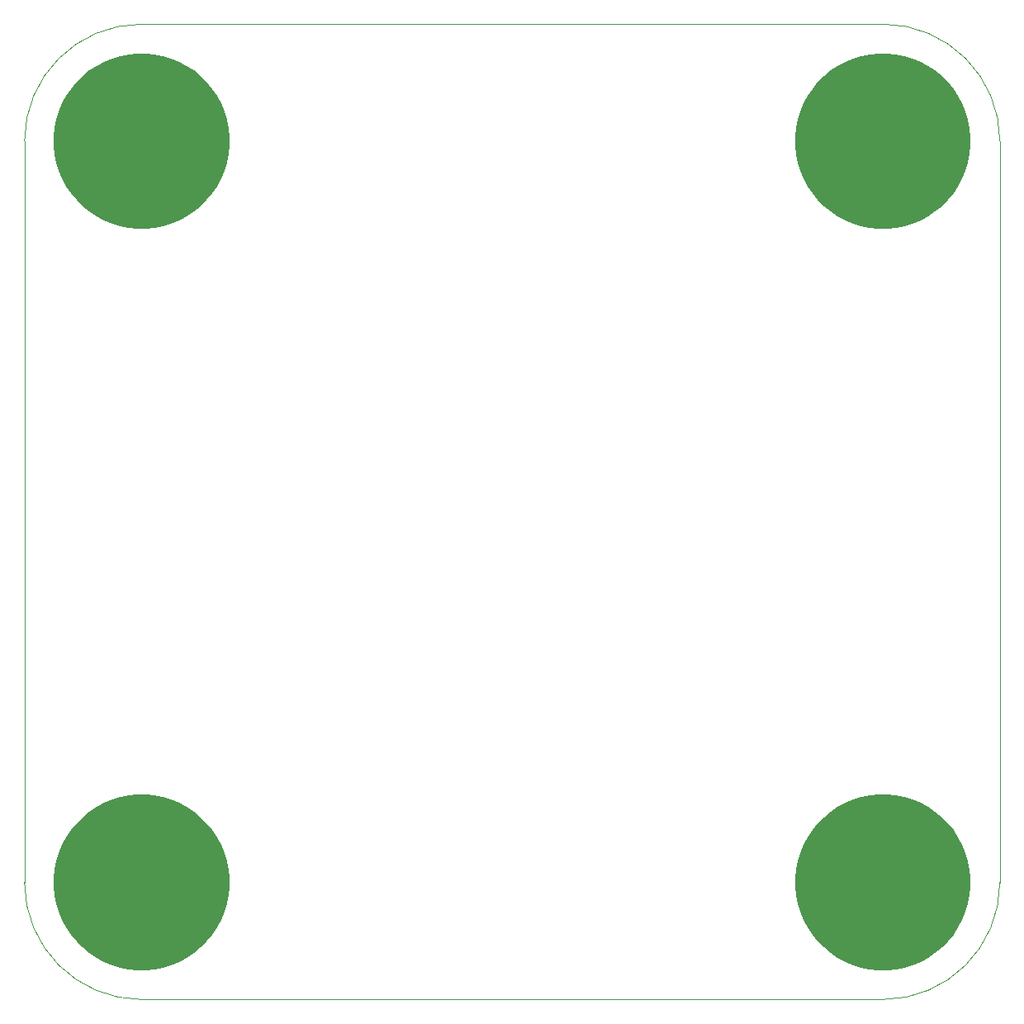
<source format=gbr>
%TF.GenerationSoftware,Altium Limited,Altium Designer,20.1.8 (145)*%
G04 Layer_Color=0*
%FSLAX45Y45*%
%MOMM*%
%TF.SameCoordinates,5961E689-EF10-4C47-967A-3E799B42680D*%
%TF.FilePolarity,Positive*%
%TF.FileFunction,Profile,NP*%
%TF.Part,Single*%
G01*
G75*
%TA.AperFunction,Profile*%
%ADD83C,0.02540*%
G36*
X2900000Y-3800000D02*
Y-3844214D01*
X2908667Y-3932217D01*
X2925919Y-4018946D01*
X2951588Y-4103567D01*
X2985428Y-4185264D01*
X3027113Y-4263251D01*
X3076241Y-4336776D01*
X3132340Y-4405132D01*
X3194868Y-4467660D01*
X3263224Y-4523759D01*
X3336749Y-4572887D01*
X3414736Y-4614572D01*
X3496433Y-4648412D01*
X3581054Y-4674081D01*
X3667783Y-4691333D01*
X3755786Y-4700000D01*
X3800000D01*
X3844214D01*
X3932217Y-4691333D01*
X4018946Y-4674081D01*
X4103566Y-4648412D01*
X4185263Y-4614572D01*
X4263250Y-4572887D01*
X4336776Y-4523759D01*
X4405132Y-4467660D01*
X4467660Y-4405132D01*
X4523759Y-4336776D01*
X4572887Y-4263251D01*
X4614571Y-4185264D01*
X4648412Y-4103567D01*
X4674081Y-4018946D01*
X4691333Y-3932217D01*
X4700000Y-3844214D01*
Y-3800000D01*
Y-3755786D01*
X4691333Y-3667783D01*
X4674081Y-3581054D01*
X4648412Y-3496434D01*
X4614571Y-3414737D01*
X4572887Y-3336750D01*
X4523759Y-3263224D01*
X4467660Y-3194868D01*
X4405132Y-3132340D01*
X4336776Y-3076241D01*
X4263250Y-3027113D01*
X4185263Y-2985429D01*
X4103566Y-2951588D01*
X4018946Y-2925919D01*
X3932217Y-2908668D01*
X3844214Y-2900000D01*
X3800000D01*
X3755786D01*
X3667783Y-2908668D01*
X3581054Y-2925919D01*
X3496433Y-2951588D01*
X3414736Y-2985429D01*
X3336749Y-3027113D01*
X3263224Y-3076241D01*
X3194868Y-3132340D01*
X3132340Y-3194868D01*
X3076241Y-3263224D01*
X3027113Y-3336750D01*
X2985428Y-3414737D01*
X2951588Y-3496434D01*
X2925919Y-3581054D01*
X2908667Y-3667783D01*
X2900000Y-3755786D01*
Y-3800000D01*
D01*
D02*
G37*
G36*
X-4700000D02*
Y-3844214D01*
X-4691333Y-3932217D01*
X-4674081Y-4018946D01*
X-4648412Y-4103567D01*
X-4614572Y-4185264D01*
X-4572887Y-4263251D01*
X-4523759Y-4336776D01*
X-4467660Y-4405132D01*
X-4405132Y-4467660D01*
X-4336776Y-4523759D01*
X-4263251Y-4572887D01*
X-4185264Y-4614572D01*
X-4103567Y-4648412D01*
X-4018946Y-4674081D01*
X-3932217Y-4691333D01*
X-3844214Y-4700000D01*
X-3800000D01*
X-3755786D01*
X-3667783Y-4691333D01*
X-3581054Y-4674081D01*
X-3496434Y-4648412D01*
X-3414737Y-4614572D01*
X-3336750Y-4572887D01*
X-3263224Y-4523759D01*
X-3194868Y-4467660D01*
X-3132340Y-4405132D01*
X-3076241Y-4336776D01*
X-3027113Y-4263251D01*
X-2985429Y-4185264D01*
X-2951588Y-4103567D01*
X-2925919Y-4018946D01*
X-2908668Y-3932217D01*
X-2900000Y-3844214D01*
Y-3800000D01*
Y-3755786D01*
X-2908668Y-3667783D01*
X-2925919Y-3581054D01*
X-2951588Y-3496434D01*
X-2985429Y-3414737D01*
X-3027113Y-3336750D01*
X-3076241Y-3263224D01*
X-3132340Y-3194868D01*
X-3194868Y-3132340D01*
X-3263224Y-3076241D01*
X-3336750Y-3027113D01*
X-3414737Y-2985429D01*
X-3496434Y-2951588D01*
X-3581054Y-2925919D01*
X-3667783Y-2908668D01*
X-3755786Y-2900000D01*
X-3800000D01*
X-3844214D01*
X-3932217Y-2908668D01*
X-4018946Y-2925919D01*
X-4103567Y-2951588D01*
X-4185264Y-2985429D01*
X-4263251Y-3027113D01*
X-4336776Y-3076241D01*
X-4405132Y-3132340D01*
X-4467660Y-3194868D01*
X-4523759Y-3263224D01*
X-4572887Y-3336750D01*
X-4614572Y-3414737D01*
X-4648412Y-3496434D01*
X-4674081Y-3581054D01*
X-4691333Y-3667783D01*
X-4700000Y-3755786D01*
Y-3800000D01*
D01*
D02*
G37*
G36*
X-3800000Y2900000D02*
X-3844214D01*
X-3932217Y2908667D01*
X-4018946Y2925919D01*
X-4103567Y2951588D01*
X-4185264Y2985428D01*
X-4263251Y3027113D01*
X-4336776Y3076241D01*
X-4405132Y3132340D01*
X-4467660Y3194868D01*
X-4523759Y3263224D01*
X-4572887Y3336749D01*
X-4614572Y3414736D01*
X-4648412Y3496433D01*
X-4674081Y3581054D01*
X-4691333Y3667783D01*
X-4700000Y3755786D01*
Y3800000D01*
Y3844214D01*
X-4691333Y3932217D01*
X-4674081Y4018946D01*
X-4648412Y4103566D01*
X-4614572Y4185263D01*
X-4572887Y4263250D01*
X-4523759Y4336776D01*
X-4467660Y4405132D01*
X-4405132Y4467660D01*
X-4336776Y4523759D01*
X-4263251Y4572887D01*
X-4185264Y4614571D01*
X-4103567Y4648412D01*
X-4018946Y4674081D01*
X-3932217Y4691333D01*
X-3844214Y4700000D01*
X-3800000D01*
X-3755786D01*
X-3667783Y4691333D01*
X-3581054Y4674081D01*
X-3496434Y4648412D01*
X-3414737Y4614571D01*
X-3336750Y4572887D01*
X-3263224Y4523759D01*
X-3194868Y4467660D01*
X-3132340Y4405132D01*
X-3076241Y4336776D01*
X-3027113Y4263250D01*
X-2985429Y4185263D01*
X-2951588Y4103566D01*
X-2925919Y4018946D01*
X-2908668Y3932217D01*
X-2900000Y3844214D01*
Y3800000D01*
Y3755786D01*
X-2908668Y3667783D01*
X-2925919Y3581054D01*
X-2951588Y3496433D01*
X-2985429Y3414736D01*
X-3027113Y3336749D01*
X-3076241Y3263224D01*
X-3132340Y3194868D01*
X-3194868Y3132340D01*
X-3263224Y3076241D01*
X-3336750Y3027113D01*
X-3414737Y2985428D01*
X-3496434Y2951588D01*
X-3581054Y2925919D01*
X-3667783Y2908667D01*
X-3755786Y2900000D01*
X-3800000D01*
D01*
D02*
G37*
G36*
X2900000Y3800000D02*
Y3755786D01*
X2908667Y3667783D01*
X2925919Y3581054D01*
X2951588Y3496433D01*
X2985428Y3414736D01*
X3027113Y3336749D01*
X3076241Y3263224D01*
X3132340Y3194868D01*
X3194868Y3132340D01*
X3263224Y3076241D01*
X3336749Y3027113D01*
X3414736Y2985428D01*
X3496433Y2951588D01*
X3581054Y2925919D01*
X3667783Y2908667D01*
X3755786Y2900000D01*
X3800000D01*
X3844214D01*
X3932217Y2908667D01*
X4018946Y2925919D01*
X4103566Y2951588D01*
X4185263Y2985428D01*
X4263250Y3027113D01*
X4336776Y3076241D01*
X4405132Y3132340D01*
X4467660Y3194868D01*
X4523759Y3263224D01*
X4572887Y3336749D01*
X4614571Y3414736D01*
X4648412Y3496433D01*
X4674081Y3581054D01*
X4691333Y3667783D01*
X4700000Y3755786D01*
Y3800000D01*
Y3844214D01*
X4691333Y3932217D01*
X4674081Y4018946D01*
X4648412Y4103566D01*
X4614571Y4185263D01*
X4572887Y4263250D01*
X4523759Y4336776D01*
X4467660Y4405132D01*
X4405132Y4467660D01*
X4336776Y4523759D01*
X4263250Y4572887D01*
X4185263Y4614571D01*
X4103566Y4648412D01*
X4018946Y4674081D01*
X3932217Y4691333D01*
X3844214Y4700000D01*
X3800000D01*
X3755786D01*
X3667783Y4691333D01*
X3581054Y4674081D01*
X3496433Y4648412D01*
X3414736Y4614571D01*
X3336749Y4572887D01*
X3263224Y4523759D01*
X3194868Y4467660D01*
X3132340Y4405132D01*
X3076241Y4336776D01*
X3027113Y4263250D01*
X2985428Y4185263D01*
X2951588Y4103566D01*
X2925919Y4018946D01*
X2908667Y3932217D01*
X2900000Y3844214D01*
Y3800000D01*
D01*
D02*
G37*
D83*
X-5000000Y-3800000D02*
G03*
X-3800000Y-5000000I1200000J0D01*
G01*
Y-5000001D01*
X3800000Y-5000000D01*
D02*
G03*
X5000000Y-3800000I0J1200000D01*
G01*
X4999998D01*
X5000000Y3800000D01*
X5000000D01*
D02*
G03*
X3800000Y5000000I-1200000J0D01*
G01*
X-3800000Y4999999D01*
Y5000000D01*
D02*
G03*
X-5000000Y3800000I0J-1200000D01*
G01*
X-5000000D01*
X-5000000Y-3800000D01*
%TF.MD5,4cc3b31b4834317270d40f224eaec8fd*%
M02*

</source>
